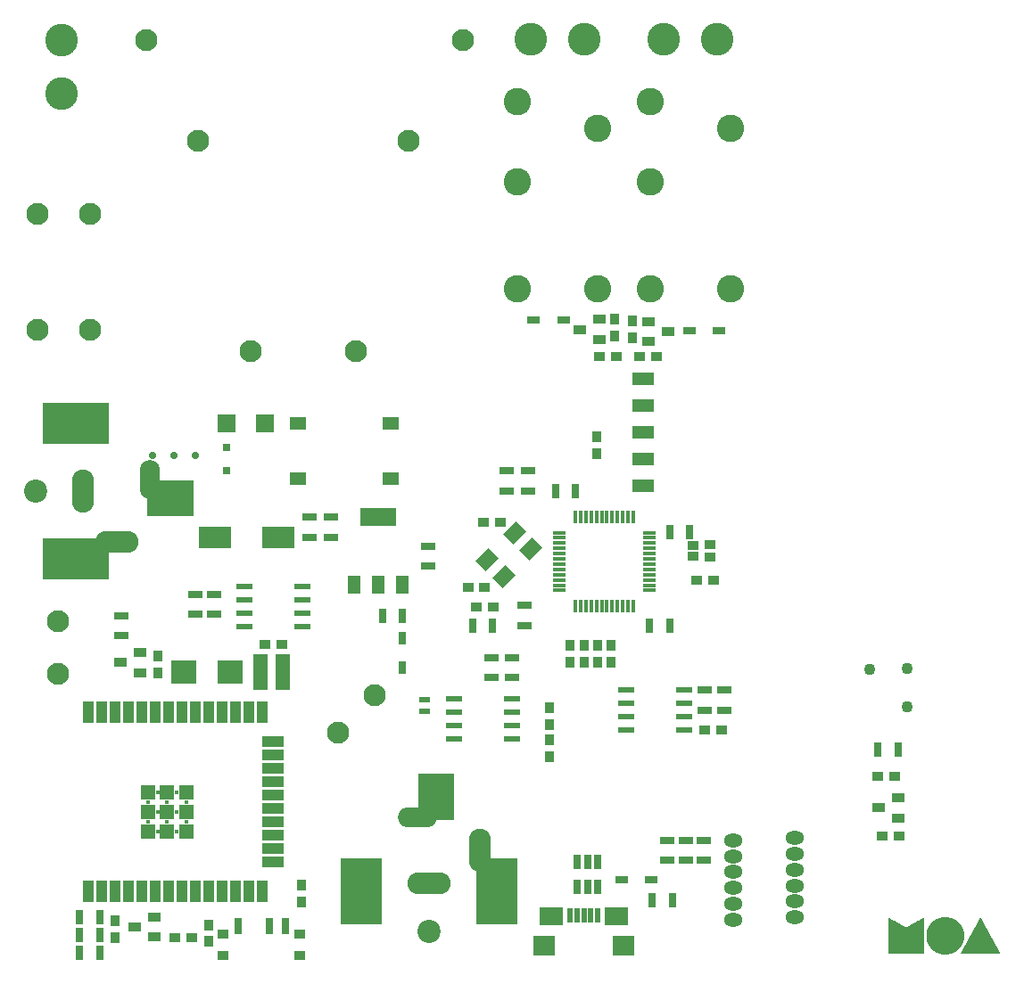
<source format=gts>
G04*
G04 #@! TF.GenerationSoftware,Altium Limited,Altium Designer,23.4.1 (23)*
G04*
G04 Layer_Color=8388736*
%FSLAX25Y25*%
%MOIN*%
G70*
G04*
G04 #@! TF.SameCoordinates,687DAE7F-2A6D-4925-9110-F28A9C07312E*
G04*
G04*
G04 #@! TF.FilePolarity,Negative*
G04*
G01*
G75*
%ADD21R,0.03150X0.05512*%
%ADD22R,0.04194X0.03494*%
%ADD23R,0.05512X0.03150*%
G04:AMPARAMS|DCode=24|XSize=66.93mil|YSize=53.15mil|CornerRadius=0mil|HoleSize=0mil|Usage=FLASHONLY|Rotation=225.000|XOffset=0mil|YOffset=0mil|HoleType=Round|Shape=Rectangle|*
%AMROTATEDRECTD24*
4,1,4,0.00487,0.04245,0.04245,0.00487,-0.00487,-0.04245,-0.04245,-0.00487,0.00487,0.04245,0.0*
%
%ADD24ROTATEDRECTD24*%

%ADD25R,0.05118X0.01575*%
%ADD26R,0.01575X0.05118*%
%ADD27R,0.03494X0.04194*%
%ADD28R,0.04724X0.03543*%
%ADD29R,0.08268X0.04724*%
%ADD30R,0.02756X0.02756*%
%ADD31R,0.06693X0.06693*%
%ADD32R,0.17717X0.13386*%
%ADD33R,0.24803X0.15748*%
%ADD34R,0.03937X0.08268*%
%ADD35R,0.08268X0.03937*%
%ADD36R,0.05630X0.05630*%
%ADD37R,0.09252X0.08740*%
%ADD38R,0.07874X0.07480*%
%ADD39R,0.08661X0.06693*%
%ADD40R,0.01968X0.05709*%
%ADD41R,0.02756X0.05748*%
%ADD42R,0.04528X0.02559*%
%ADD43R,0.06299X0.02362*%
%ADD44R,0.04331X0.02362*%
%ADD45R,0.04331X0.03543*%
%ADD46R,0.03150X0.06299*%
%ADD47R,0.13386X0.17717*%
%ADD48R,0.15748X0.24803*%
%ADD49R,0.05512X0.13780*%
%ADD50R,0.02559X0.04528*%
%ADD51R,0.13386X0.06693*%
%ADD52R,0.05118X0.06693*%
%ADD53R,0.06496X0.05118*%
%ADD54R,0.12205X0.08268*%
%ADD55C,0.00118*%
%ADD56O,0.07087X0.05118*%
%ADD57C,0.10236*%
%ADD58C,0.08661*%
%ADD59O,0.08268X0.16142*%
%ADD60O,0.16142X0.08268*%
%ADD61O,0.07480X0.14567*%
%ADD62C,0.01575*%
%ADD63C,0.08268*%
%ADD64C,0.04331*%
%ADD65C,0.00394*%
%ADD66O,0.14567X0.07480*%
%ADD67C,0.12205*%
%ADD68C,0.02756*%
D21*
X250984Y162598D02*
D03*
X258465D02*
D03*
X215748Y177953D02*
D03*
X208268D02*
D03*
X336260Y81260D02*
D03*
X328780D02*
D03*
X251969Y24803D02*
D03*
X244488D02*
D03*
X184843Y127559D02*
D03*
X177362D02*
D03*
X250984D02*
D03*
X243504D02*
D03*
X37992Y5118D02*
D03*
X30512D02*
D03*
X37992Y11811D02*
D03*
X30512D02*
D03*
X30512Y18504D02*
D03*
X37992D02*
D03*
X151181Y131102D02*
D03*
X143701D02*
D03*
D22*
X266142Y157832D02*
D03*
X259842Y157686D02*
D03*
X266142Y153232D02*
D03*
X259842Y153613D02*
D03*
X267324Y144685D02*
D03*
X261024D02*
D03*
X181496Y166358D02*
D03*
X187796D02*
D03*
X230926Y228225D02*
D03*
X224626D02*
D03*
X246063Y228346D02*
D03*
X239763D02*
D03*
X336575Y48937D02*
D03*
X330275D02*
D03*
X335080Y71417D02*
D03*
X328780D02*
D03*
X175590Y141949D02*
D03*
X181890D02*
D03*
X178740Y134468D02*
D03*
X185040D02*
D03*
X66141Y11024D02*
D03*
X72441D02*
D03*
X105906Y120472D02*
D03*
X99606D02*
D03*
X270473Y88583D02*
D03*
X264173D02*
D03*
D23*
X196850Y135236D02*
D03*
Y127756D02*
D03*
X80709Y139370D02*
D03*
Y131890D02*
D03*
X73622Y139370D02*
D03*
Y131890D02*
D03*
X46063Y131299D02*
D03*
Y123819D02*
D03*
X263779Y47244D02*
D03*
Y39764D02*
D03*
X257087Y47244D02*
D03*
Y39764D02*
D03*
X250000Y47244D02*
D03*
Y39764D02*
D03*
X192126Y108268D02*
D03*
Y115748D02*
D03*
X184252Y108268D02*
D03*
Y115748D02*
D03*
X160630Y157283D02*
D03*
Y149803D02*
D03*
X124409Y160630D02*
D03*
Y168110D02*
D03*
X116535Y160630D02*
D03*
Y168110D02*
D03*
X198031Y185433D02*
D03*
Y177953D02*
D03*
X190157Y185433D02*
D03*
Y177953D02*
D03*
X264173Y96063D02*
D03*
Y103543D02*
D03*
X271260Y96063D02*
D03*
Y103543D02*
D03*
D24*
X188912Y145999D02*
D03*
X199213Y156299D02*
D03*
X182788Y152123D02*
D03*
X193088Y162424D02*
D03*
D25*
X209842Y162421D02*
D03*
Y160453D02*
D03*
Y158484D02*
D03*
Y156516D02*
D03*
Y154547D02*
D03*
Y152579D02*
D03*
Y150610D02*
D03*
Y148642D02*
D03*
Y146673D02*
D03*
Y144705D02*
D03*
Y142736D02*
D03*
Y140768D02*
D03*
X243307D02*
D03*
Y142736D02*
D03*
Y144705D02*
D03*
Y146673D02*
D03*
Y148642D02*
D03*
Y150610D02*
D03*
Y152579D02*
D03*
Y154547D02*
D03*
Y156516D02*
D03*
Y158484D02*
D03*
Y160453D02*
D03*
Y162421D02*
D03*
D26*
X215748Y134862D02*
D03*
X217717D02*
D03*
X219685D02*
D03*
X221654D02*
D03*
X223622D02*
D03*
X225590D02*
D03*
X227559D02*
D03*
X229528D02*
D03*
X231496D02*
D03*
X233465D02*
D03*
X235433D02*
D03*
X237402D02*
D03*
Y168327D02*
D03*
X235433D02*
D03*
X233465D02*
D03*
X231496D02*
D03*
X229528D02*
D03*
X227559D02*
D03*
X225590D02*
D03*
X223622D02*
D03*
X221654D02*
D03*
X219685D02*
D03*
X217717D02*
D03*
X215748D02*
D03*
D27*
X230532Y242220D02*
D03*
Y235920D02*
D03*
X237185Y235135D02*
D03*
Y241435D02*
D03*
X59842Y109843D02*
D03*
Y116142D02*
D03*
X229134Y120295D02*
D03*
Y113995D02*
D03*
X224016Y120276D02*
D03*
Y113976D02*
D03*
X218898D02*
D03*
Y120276D02*
D03*
X213779Y113976D02*
D03*
Y120276D02*
D03*
X205906Y90551D02*
D03*
Y96851D02*
D03*
Y85040D02*
D03*
Y78740D02*
D03*
X78740Y9448D02*
D03*
Y15748D02*
D03*
X43701Y17323D02*
D03*
Y11023D02*
D03*
X113386Y30709D02*
D03*
Y24409D02*
D03*
X223622Y198229D02*
D03*
Y191929D02*
D03*
D28*
X242913Y241339D02*
D03*
Y233858D02*
D03*
X250354Y237598D02*
D03*
X45669Y113779D02*
D03*
X53110Y117520D02*
D03*
Y110039D02*
D03*
X328957Y59449D02*
D03*
X336398Y63189D02*
D03*
Y55709D02*
D03*
X51004Y14961D02*
D03*
X58445Y18701D02*
D03*
Y11220D02*
D03*
X224803Y234646D02*
D03*
Y242126D02*
D03*
X217362Y238386D02*
D03*
D29*
X240945Y179764D02*
D03*
Y189764D02*
D03*
Y199764D02*
D03*
Y209764D02*
D03*
Y219764D02*
D03*
D30*
X85433Y194095D02*
D03*
Y185433D02*
D03*
D31*
X99606Y203150D02*
D03*
X85433D02*
D03*
D32*
X64370Y175394D02*
D03*
D33*
X29134Y152559D02*
D03*
Y203346D02*
D03*
D34*
X33701Y28346D02*
D03*
X38701D02*
D03*
X43701D02*
D03*
X48701D02*
D03*
X53701D02*
D03*
X58701D02*
D03*
X63701D02*
D03*
X68701D02*
D03*
X73701D02*
D03*
X78701D02*
D03*
X83701D02*
D03*
X88701D02*
D03*
X93701D02*
D03*
X98701D02*
D03*
Y95276D02*
D03*
X93701D02*
D03*
X88701D02*
D03*
X83701D02*
D03*
X78701D02*
D03*
X73701D02*
D03*
X68701D02*
D03*
X63701D02*
D03*
X58701D02*
D03*
X53701D02*
D03*
X48701D02*
D03*
X43701D02*
D03*
X38701D02*
D03*
X33701D02*
D03*
D35*
X102638Y39311D02*
D03*
Y44311D02*
D03*
Y49311D02*
D03*
Y54311D02*
D03*
Y59311D02*
D03*
Y64311D02*
D03*
Y69311D02*
D03*
Y74311D02*
D03*
Y79311D02*
D03*
Y84311D02*
D03*
D36*
X56004Y50650D02*
D03*
Y57874D02*
D03*
Y65098D02*
D03*
X63228Y50650D02*
D03*
Y57874D02*
D03*
Y65098D02*
D03*
X70453Y50650D02*
D03*
Y57874D02*
D03*
Y65098D02*
D03*
D37*
X69410Y110236D02*
D03*
X86614D02*
D03*
D38*
X233858Y8071D02*
D03*
X203937D02*
D03*
D39*
X231102Y18809D02*
D03*
X206693D02*
D03*
D40*
X213779Y19291D02*
D03*
X216339D02*
D03*
X218898D02*
D03*
X221457D02*
D03*
X224016D02*
D03*
D41*
X224016Y39173D02*
D03*
X220276D02*
D03*
X216535D02*
D03*
Y29921D02*
D03*
X220276D02*
D03*
X224016D02*
D03*
D42*
X233071Y32677D02*
D03*
X244094D02*
D03*
X258268Y237795D02*
D03*
X269291D02*
D03*
X211240Y242004D02*
D03*
X200217D02*
D03*
D43*
X234842Y98563D02*
D03*
Y93563D02*
D03*
Y88563D02*
D03*
X256496D02*
D03*
Y93563D02*
D03*
Y98563D02*
D03*
Y103563D02*
D03*
X234842D02*
D03*
X170276Y100413D02*
D03*
X191929D02*
D03*
Y95413D02*
D03*
Y90413D02*
D03*
Y85413D02*
D03*
X170276D02*
D03*
Y90413D02*
D03*
Y95413D02*
D03*
X113583Y127146D02*
D03*
X91929D02*
D03*
Y132146D02*
D03*
Y137146D02*
D03*
Y142146D02*
D03*
X113583D02*
D03*
Y137146D02*
D03*
Y132146D02*
D03*
D44*
X159449Y95473D02*
D03*
Y99803D02*
D03*
D45*
X84055Y4331D02*
D03*
X112795D02*
D03*
X84055Y12205D02*
D03*
X112795D02*
D03*
D46*
X107283Y15157D02*
D03*
X101378D02*
D03*
X89567D02*
D03*
D47*
X163583Y63583D02*
D03*
D48*
X186417Y28346D02*
D03*
X135630D02*
D03*
D49*
X98228Y110236D02*
D03*
X106496D02*
D03*
D50*
X151181Y122835D02*
D03*
Y111811D02*
D03*
D51*
X142126Y168110D02*
D03*
D52*
X151181Y142913D02*
D03*
X142126D02*
D03*
X133071D02*
D03*
D53*
X146850Y182658D02*
D03*
X112205D02*
D03*
Y203169D02*
D03*
X146850D02*
D03*
D54*
X104724Y160630D02*
D03*
X81102D02*
D03*
D55*
X332688Y9460D02*
X345777D01*
X332688Y8988D02*
X345777D01*
X332688Y9342D02*
X345777D01*
X332688Y8870D02*
X345777D01*
X332688Y9224D02*
X345777D01*
X332688Y9106D02*
X345777D01*
X332688Y8752D02*
X345777D01*
X332688Y6747D02*
X345777D01*
X332688Y7101D02*
X345777D01*
X332688Y6512D02*
X345777D01*
X332688Y6158D02*
X345777D01*
X332688Y6394D02*
X345777D01*
X332688Y6865D02*
X345777D01*
X332688Y6983D02*
X345777D01*
X332688Y6276D02*
X345777D01*
X332688Y6629D02*
X345777D01*
X332688Y7219D02*
X345777D01*
X332688Y8162D02*
X345777D01*
X332688Y8044D02*
X345777D01*
X332688Y7691D02*
X345777D01*
X332688Y7573D02*
X345777D01*
X332688Y7455D02*
X345777D01*
X332688Y7337D02*
X345777D01*
X332688Y8398D02*
X345777D01*
X332688Y8280D02*
X345777D01*
X332688Y8634D02*
X345777D01*
X332688Y7809D02*
X345777D01*
X332688Y8516D02*
X345777D01*
X332688Y7927D02*
X345777D01*
X332688Y9695D02*
X345777D01*
X332688Y10049D02*
X345777D01*
X332688Y10521D02*
X345777D01*
X332688Y10403D02*
X345777D01*
X332688Y10167D02*
X345777D01*
X332688Y10285D02*
X345777D01*
X332688Y10639D02*
X345777D01*
X332688Y9577D02*
X345777D01*
X332688Y9931D02*
X345777D01*
X332688Y9813D02*
X345777D01*
X332688Y5215D02*
X345777D01*
X332688Y5568D02*
X345777D01*
X332688Y5922D02*
X345777D01*
X332688Y6040D02*
X345777D01*
X332688Y5804D02*
X345777D01*
X332688Y5333D02*
X345777D01*
X332688Y5686D02*
X345777D01*
X332688Y5450D02*
X345777D01*
X332688Y17360D02*
X334457D01*
X332688Y16888D02*
X335283D01*
X332688Y17006D02*
X335047D01*
X332688Y16298D02*
X336344D01*
X332688Y16534D02*
X335990D01*
X332688Y17124D02*
X334929D01*
X332688Y16417D02*
X336108D01*
X332688Y16770D02*
X335518D01*
X332688Y16181D02*
X336580D01*
X332688Y16652D02*
X335754D01*
X332688Y17596D02*
X333985D01*
X332688Y14176D02*
X345777D01*
X332688Y13940D02*
X345777D01*
X332688Y13822D02*
X345777D01*
X332688Y14294D02*
X345777D01*
X332688Y14058D02*
X345777D01*
X332688Y13704D02*
X345777D01*
X332688Y15237D02*
X338348D01*
X332688Y15001D02*
X338702D01*
X332688Y15473D02*
X337877D01*
X332688Y14884D02*
X338938D01*
X332688Y15119D02*
X338466D01*
X332688Y14766D02*
X339174D01*
X332688Y15355D02*
X338112D01*
X332688Y13587D02*
X345777D01*
X332688Y14412D02*
X345777D01*
X332688Y15709D02*
X337405D01*
X341060D02*
X345777D01*
X332688Y15827D02*
X337169D01*
X332688Y16063D02*
X336816D01*
X332688Y15945D02*
X337051D01*
X332688Y10875D02*
X345777D01*
X332688Y11582D02*
X345777D01*
X332688Y10992D02*
X345777D01*
X332688Y11228D02*
X345777D01*
X332688Y11464D02*
X345777D01*
X332688Y11346D02*
X345777D01*
X332688Y11700D02*
X345777D01*
X332688Y10757D02*
X345777D01*
X332688Y11818D02*
X345777D01*
X332688Y11110D02*
X345777D01*
X340825Y15591D02*
X345777D01*
X332688D02*
X337641D01*
X340117Y15237D02*
X345777D01*
X332688Y14530D02*
X345777D01*
X339292Y14766D02*
X345777D01*
X339528Y14884D02*
X345777D01*
X339763Y15001D02*
X345777D01*
X340353Y15355D02*
X345777D01*
X339999Y15119D02*
X345777D01*
X332688Y14648D02*
X345777D01*
X340589Y15473D02*
X345777D01*
X332688Y18185D02*
X332924D01*
X332688Y17949D02*
X333396D01*
X345305Y18067D02*
X345777D01*
X332688Y17831D02*
X333514D01*
X332688Y18067D02*
X333160D01*
X345541Y18185D02*
X345777D01*
X332688Y17242D02*
X334693D01*
X332688Y17714D02*
X333750D01*
X332688Y17478D02*
X334221D01*
X332688Y13115D02*
X345777D01*
X332688Y12054D02*
X345777D01*
X332688Y12172D02*
X345777D01*
X332688Y12643D02*
X345777D01*
X332688Y12407D02*
X345777D01*
X332688Y11936D02*
X345777D01*
X332688Y12997D02*
X345777D01*
X332688Y12879D02*
X345777D01*
X332688Y13351D02*
X345777D01*
X332688Y12289D02*
X345777D01*
X332688Y12525D02*
X345777D01*
X332688Y13233D02*
X345777D01*
X332688Y13469D02*
X345777D01*
X332688Y12761D02*
X345777D01*
X360280Y6040D02*
X373723D01*
X360163Y5804D02*
X373841D01*
X360516Y6512D02*
X373487D01*
X347192Y13822D02*
X360398D01*
X347546Y14648D02*
X360045D01*
X347664Y14766D02*
X360045D01*
X347428Y14412D02*
X360163D01*
X347074Y13351D02*
X360516D01*
X347074Y13115D02*
X360634D01*
X347310Y13940D02*
X360398D01*
X347192Y13469D02*
X360516D01*
X347310Y14176D02*
X360280D01*
X347192Y13587D02*
X360516D01*
X347074Y13233D02*
X360516D01*
X347546Y14530D02*
X360163D01*
X347310Y14058D02*
X360280D01*
X347074Y12997D02*
X360634D01*
X346956Y12761D02*
X360634D01*
X363936Y12879D02*
X369950D01*
X363818Y12525D02*
X370185D01*
X364172Y13115D02*
X369832D01*
X364290Y13351D02*
X369714D01*
X364407Y13587D02*
X369596D01*
X363818Y12643D02*
X370067D01*
X364054Y12997D02*
X369950D01*
X364172Y13233D02*
X369832D01*
X363936Y12761D02*
X370067D01*
X364290Y13469D02*
X369596D01*
X363700Y12289D02*
X370303D01*
X360398Y6276D02*
X373605D01*
X361578Y8398D02*
X372426D01*
X360045Y5568D02*
X373959D01*
X352498Y4979D02*
X355092D01*
X360398Y6394D02*
X373487D01*
X347781Y8516D02*
X359927D01*
X352027Y5097D02*
X355564D01*
X360280Y6158D02*
X373723D01*
X360045Y5686D02*
X373959D01*
X359809Y5215D02*
X374194D01*
X361460Y8280D02*
X372544D01*
X347781Y8398D02*
X359809D01*
Y5333D02*
X374077D01*
X360163Y5922D02*
X373841D01*
X347664Y8634D02*
X359927D01*
X361813Y8870D02*
X372190D01*
X361931Y9106D02*
X372072D01*
X361696Y8752D02*
X372190D01*
X361813Y8988D02*
X372072D01*
X361931Y9224D02*
X371954D01*
X361578Y8516D02*
X372426D01*
X366058Y16652D02*
X367945D01*
X366294Y17124D02*
X367591D01*
X365823Y16181D02*
X368181D01*
X366884Y18185D02*
X367120D01*
X365823Y16298D02*
X368063D01*
X366294Y17006D02*
X367709D01*
X366176Y16888D02*
X367709D01*
X365940Y16417D02*
X368063D01*
X366884Y18067D02*
X367120D01*
X366176Y16770D02*
X367827D01*
X347900Y8280D02*
X359809D01*
X351319Y5333D02*
X356271D01*
X347546Y8870D02*
X360045D01*
X347664Y8752D02*
X360045D01*
X346956Y12172D02*
X360752D01*
X347428Y9106D02*
X360163D01*
X351673Y5215D02*
X356036D01*
X347428Y14294D02*
X360280D01*
X347192Y13704D02*
X360398D01*
X346956Y12879D02*
X360634D01*
X364997Y14766D02*
X368888D01*
X365705Y15945D02*
X368299D01*
X365587Y15709D02*
X368417D01*
X365351Y15473D02*
X368534D01*
X365469Y15591D02*
X368534D01*
X365233Y15119D02*
X368770D01*
X365233Y15237D02*
X368652D01*
X364997Y14648D02*
X369006D01*
X365351Y15355D02*
X368652D01*
X365705Y16063D02*
X368181D01*
X365115Y15001D02*
X368770D01*
X365587Y15827D02*
X368299D01*
X365115Y14884D02*
X368888D01*
X364761Y14294D02*
X369242D01*
X364525Y13940D02*
X369360D01*
X364525Y13822D02*
X369478D01*
X364643Y14058D02*
X369360D01*
X364643Y14176D02*
X369242D01*
X364879Y14412D02*
X369124D01*
X364879Y14530D02*
X369124D01*
X347428Y9224D02*
X360280D01*
X347546Y8988D02*
X360163D01*
X359927Y5450D02*
X374077D01*
X346956Y12643D02*
X360634D01*
X346956Y12289D02*
X360752D01*
X346956Y12407D02*
X360634D01*
X346956Y12525D02*
X360634D01*
X366530Y17478D02*
X367473D01*
X366412Y17360D02*
X367473D01*
X366766Y17831D02*
X367237D01*
X366648Y17714D02*
X367355D01*
X366766Y17949D02*
X367237D01*
X366530Y17596D02*
X367355D01*
X352498Y18539D02*
X355092D01*
X352027Y18421D02*
X355682D01*
X350965Y18067D02*
X356625D01*
X366412Y17242D02*
X367591D01*
X353441Y18657D02*
X354149D01*
X351555Y18303D02*
X356036D01*
X351319Y18185D02*
X356389D01*
X365940Y16534D02*
X367945D01*
X364407Y13704D02*
X369478D01*
X363582Y12172D02*
X370421D01*
X362167Y9577D02*
X371836D01*
X362049Y9342D02*
X371954D01*
X363700Y12407D02*
X370185D01*
X362167Y9460D02*
X371836D01*
X361696Y8634D02*
X372308D01*
X362993Y10992D02*
X371011D01*
X362875Y10757D02*
X371129D01*
X362875Y10875D02*
X371129D01*
X346956D02*
X360634D01*
X346956Y11110D02*
X360634D01*
X346956Y10992D02*
X360634D01*
X362993Y11110D02*
X370893D01*
X346956Y10757D02*
X360634D01*
X363464Y11936D02*
X370539D01*
X346956Y11818D02*
X360752D01*
X346956Y11700D02*
X360752D01*
X346956Y12054D02*
X360752D01*
X363346Y11700D02*
X370657D01*
X346956Y11936D02*
X360752D01*
X363464Y11818D02*
X370539D01*
X346956Y11582D02*
X360752D01*
X363582Y12054D02*
X370421D01*
X363228Y11582D02*
X370657D01*
X347310Y9342D02*
X360280D01*
X347192Y9931D02*
X360516D01*
X347074Y10521D02*
X360634D01*
X347192Y9813D02*
X360398D01*
X346956Y10639D02*
X360634D01*
X347192Y9695D02*
X360398D01*
X347074Y10285D02*
X360516D01*
X347074Y10403D02*
X360634D01*
X347310Y9577D02*
X360398D01*
X347310Y9460D02*
X360280D01*
X347192Y10049D02*
X360516D01*
X347074Y10167D02*
X360516D01*
X362403Y9931D02*
X371600D01*
X362403Y10049D02*
X371482D01*
X362639Y10403D02*
X371364D01*
X362757Y10639D02*
X371247D01*
X362285Y9813D02*
X371718D01*
X362521Y10285D02*
X371364D01*
X362639Y10521D02*
X371247D01*
X362285Y9695D02*
X371718D01*
X362521Y10167D02*
X371482D01*
X363110Y11228D02*
X370893D01*
X346956Y11464D02*
X360752D01*
X346956Y11228D02*
X360752D01*
X363110Y11346D02*
X370775D01*
X346956D02*
X360752D01*
X363228Y11464D02*
X370775D01*
X348489Y7337D02*
X359101D01*
X348135Y7927D02*
X359573D01*
X348725Y7101D02*
X358865D01*
X348489Y7455D02*
X359219D01*
X347900Y8162D02*
X359691D01*
X348017Y8044D02*
X359691D01*
X348253Y7691D02*
X359337D01*
X348843Y6983D02*
X358748D01*
X348371Y7573D02*
X359337D01*
X348135Y7809D02*
X359455D01*
X348607Y7219D02*
X358983D01*
X361106Y7573D02*
X372897D01*
X361460Y8162D02*
X372544D01*
X360870Y7101D02*
X373133D01*
X360988Y7455D02*
X373015D01*
X360988Y7337D02*
X373015D01*
X361342Y8044D02*
X372661D01*
X361224Y7927D02*
X372661D01*
X360752Y6983D02*
X373251D01*
X361106Y7691D02*
X372779D01*
X360870Y7219D02*
X373133D01*
X361224Y7809D02*
X372779D01*
X350022Y6040D02*
X357686D01*
X350494Y5686D02*
X357097D01*
X350140Y5922D02*
X357451D01*
X351083Y5450D02*
X356625D01*
X350376Y5804D02*
X357333D01*
X350847Y5568D02*
X356861D01*
X360516Y6629D02*
X373369D01*
X349314Y6512D02*
X358276D01*
X349432Y6394D02*
X358158D01*
X360634Y6865D02*
X373251D01*
X349079Y6747D02*
X358512D01*
X360634D02*
X373369D01*
X349786Y6158D02*
X357804D01*
X349668Y6276D02*
X358040D01*
X348961Y6865D02*
X358748D01*
X349197Y6629D02*
X358394D01*
X348253Y15827D02*
X359455D01*
X347900Y15355D02*
X359691D01*
X348017Y15473D02*
X359691D01*
X347664Y14884D02*
X359927D01*
X348135Y15591D02*
X359573D01*
X347781Y15001D02*
X359927D01*
X348371Y15945D02*
X359337D01*
X347900Y15237D02*
X359809D01*
X348371Y16063D02*
X359219D01*
X348135Y15709D02*
X359455D01*
X347781Y15119D02*
X359809D01*
X348489Y16181D02*
X359101D01*
X348607Y16298D02*
X358983D01*
X348961Y16652D02*
X358748D01*
X348725Y16417D02*
X358983D01*
X349432Y17124D02*
X358158D01*
X349668Y17242D02*
X358040D01*
X349197Y16888D02*
X358394D01*
X349786Y17360D02*
X357922D01*
X349314Y17006D02*
X358276D01*
X349904Y17478D02*
X357686D01*
X349079Y16770D02*
X358512D01*
X348843Y16534D02*
X358865D01*
X350140Y17596D02*
X357569D01*
X344834Y17831D02*
X345777D01*
X345070Y17949D02*
X345777D01*
X344480Y17596D02*
X345777D01*
X344716Y17714D02*
X345777D01*
X350494Y17831D02*
X357097D01*
X350729Y17949D02*
X356861D01*
X350376Y17714D02*
X357333D01*
X343537Y17124D02*
X345777D01*
X343183Y16888D02*
X345777D01*
X344008Y17360D02*
X345777D01*
X343419Y17006D02*
X345777D01*
X342122Y16298D02*
X345777D01*
X341414Y15945D02*
X345777D01*
X342475Y16534D02*
X345777D01*
X343773Y17242D02*
X345777D01*
X342711Y16652D02*
X345777D01*
X344244Y17478D02*
X345777D01*
X341178Y15827D02*
X345777D01*
X341650Y16063D02*
X345777D01*
X342947Y16770D02*
X345777D01*
X342357Y16417D02*
X345777D01*
X341886Y16181D02*
X345777D01*
D56*
X297702Y18576D02*
D03*
Y24481D02*
D03*
Y30387D02*
D03*
Y36292D02*
D03*
Y42198D02*
D03*
Y48103D02*
D03*
X274803Y17717D02*
D03*
Y23622D02*
D03*
Y29528D02*
D03*
Y35433D02*
D03*
Y41339D02*
D03*
Y47244D02*
D03*
D57*
X194055Y323583D02*
D03*
Y293583D02*
D03*
X224055Y313583D02*
D03*
X194055Y253583D02*
D03*
X224055D02*
D03*
X243661Y323583D02*
D03*
Y293583D02*
D03*
X273661Y313583D02*
D03*
X243661Y253583D02*
D03*
X273661D02*
D03*
D58*
X14173Y177953D02*
D03*
X161024Y13386D02*
D03*
D59*
X31890Y177953D02*
D03*
X179921Y43701D02*
D03*
D60*
X44488Y159055D02*
D03*
X161024Y31102D02*
D03*
D61*
X56693Y182283D02*
D03*
D62*
X56004Y54262D02*
D03*
Y61486D02*
D03*
X59616Y50650D02*
D03*
Y57874D02*
D03*
Y65098D02*
D03*
X63228Y54262D02*
D03*
Y61486D02*
D03*
X66840Y50650D02*
D03*
Y57874D02*
D03*
Y65098D02*
D03*
X70453Y54262D02*
D03*
Y61486D02*
D03*
D63*
X22441Y129134D02*
D03*
Y109449D02*
D03*
X140818Y101448D02*
D03*
X126899Y87529D02*
D03*
X55512Y346457D02*
D03*
X173622D02*
D03*
X34252Y238189D02*
D03*
X14567D02*
D03*
Y281496D02*
D03*
X34252D02*
D03*
X153543Y309055D02*
D03*
X74803D02*
D03*
X133858Y230315D02*
D03*
X94488D02*
D03*
D64*
X339706Y111430D02*
D03*
X325591Y111417D02*
D03*
X339764Y97244D02*
D03*
D65*
X104331Y8268D02*
D03*
X92520D02*
D03*
D66*
X156693Y55905D02*
D03*
D67*
X248661Y346850D02*
D03*
X268661D02*
D03*
X199055D02*
D03*
X219055D02*
D03*
X23622Y346614D02*
D03*
Y326614D02*
D03*
D68*
X57874Y191339D02*
D03*
X65748D02*
D03*
X73622D02*
D03*
M02*

</source>
